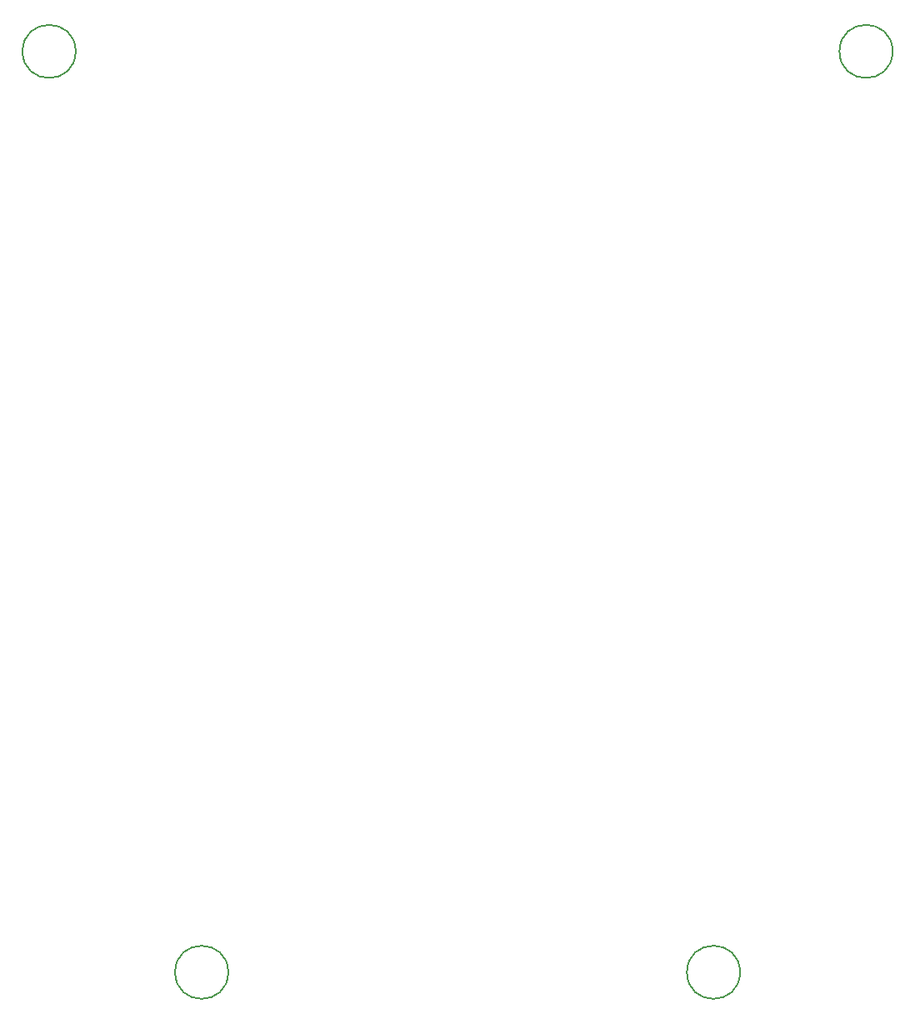
<source format=gbr>
%TF.GenerationSoftware,KiCad,Pcbnew,7.0.7-7.0.7~ubuntu20.04.1*%
%TF.CreationDate,2023-08-30T21:57:55-07:00*%
%TF.ProjectId,v2_controller,76325f63-6f6e-4747-926f-6c6c65722e6b,rev?*%
%TF.SameCoordinates,Original*%
%TF.FileFunction,Other,Comment*%
%FSLAX46Y46*%
G04 Gerber Fmt 4.6, Leading zero omitted, Abs format (unit mm)*
G04 Created by KiCad (PCBNEW 7.0.7-7.0.7~ubuntu20.04.1) date 2023-08-30 21:57:55*
%MOMM*%
%LPD*%
G01*
G04 APERTURE LIST*
%ADD10C,0.150000*%
G04 APERTURE END LIST*
D10*
%TO.C,H2*%
X134200000Y-44500000D02*
G75*
G03*
X134200000Y-44500000I-2700000J0D01*
G01*
%TO.C,H4*%
X118700000Y-138000000D02*
G75*
G03*
X118700000Y-138000000I-2700000J0D01*
G01*
%TO.C,H3*%
X66700000Y-138000000D02*
G75*
G03*
X66700000Y-138000000I-2700000J0D01*
G01*
%TO.C,H1*%
X51200000Y-44500000D02*
G75*
G03*
X51200000Y-44500000I-2700000J0D01*
G01*
%TD*%
M02*

</source>
